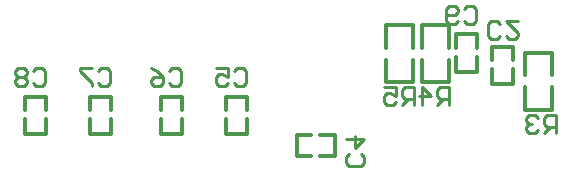
<source format=gbr>
%TF.GenerationSoftware,Altium Limited,Altium Designer,24.0.1 (36)*%
G04 Layer_Color=32896*
%FSLAX45Y45*%
%MOMM*%
%TF.SameCoordinates,DDEBADB9-0EAF-4DA9-B7D3-1C4C0305AAAB*%
%TF.FilePolarity,Positive*%
%TF.FileFunction,Legend,Bot*%
%TF.Part,Single*%
G01*
G75*
%TA.AperFunction,NonConductor*%
%ADD40C,0.25400*%
%ADD41C,0.30480*%
D40*
X4495853Y1313259D02*
X4521245Y1338651D01*
X4572028D01*
X4597420Y1313259D01*
Y1211692D01*
X4572028Y1186300D01*
X4521245D01*
X4495853Y1211692D01*
X4445069D02*
X4419677Y1186300D01*
X4368894D01*
X4343502Y1211692D01*
Y1313259D01*
X4368894Y1338651D01*
X4419677D01*
X4445069Y1313259D01*
Y1287867D01*
X4419677Y1262475D01*
X4343502D01*
X848413Y784939D02*
X873805Y810331D01*
X924588D01*
X949980Y784939D01*
Y683372D01*
X924588Y657980D01*
X873805D01*
X848413Y683372D01*
X797629Y784939D02*
X772237Y810331D01*
X721454D01*
X696062Y784939D01*
Y759547D01*
X721454Y734155D01*
X696062Y708763D01*
Y683372D01*
X721454Y657980D01*
X772237D01*
X797629Y683372D01*
Y708763D01*
X772237Y734155D01*
X797629Y759547D01*
Y784939D01*
X772237Y734155D02*
X721454D01*
X1399593Y784939D02*
X1424985Y810331D01*
X1475768D01*
X1501160Y784939D01*
Y683372D01*
X1475768Y657980D01*
X1424985D01*
X1399593Y683372D01*
X1348809Y810331D02*
X1247242D01*
Y784939D01*
X1348809Y683372D01*
Y657980D01*
X1999033Y784939D02*
X2024425Y810331D01*
X2075208D01*
X2100600Y784939D01*
Y683372D01*
X2075208Y657980D01*
X2024425D01*
X1999033Y683372D01*
X1846682Y810331D02*
X1897466Y784939D01*
X1948249Y734155D01*
Y683372D01*
X1922857Y657980D01*
X1872074D01*
X1846682Y683372D01*
Y708763D01*
X1872074Y734155D01*
X1948249D01*
X2547673Y784939D02*
X2573065Y810331D01*
X2623848D01*
X2649240Y784939D01*
Y683372D01*
X2623848Y657980D01*
X2573065D01*
X2547673Y683372D01*
X2395322Y810331D02*
X2496889D01*
Y734155D01*
X2446106Y759547D01*
X2420714D01*
X2395322Y734155D01*
Y683372D01*
X2420714Y657980D01*
X2471497D01*
X2496889Y683372D01*
X4076659Y497865D02*
Y650215D01*
X4000483D01*
X3975092Y624823D01*
Y574040D01*
X4000483Y548648D01*
X4076659D01*
X4025875D02*
X3975092Y497865D01*
X3822741Y650215D02*
X3924308D01*
Y574040D01*
X3873525Y599432D01*
X3848133D01*
X3822741Y574040D01*
Y523257D01*
X3848133Y497865D01*
X3898916D01*
X3924308Y523257D01*
X4371299Y495325D02*
Y647675D01*
X4295123D01*
X4269732Y622283D01*
Y571500D01*
X4295123Y546108D01*
X4371299D01*
X4320515D02*
X4269732Y495325D01*
X4142773D02*
Y647675D01*
X4218948Y571500D01*
X4117381D01*
X5272999Y256565D02*
Y408915D01*
X5196823D01*
X5171432Y383523D01*
Y332740D01*
X5196823Y307348D01*
X5272999D01*
X5222215D02*
X5171432Y256565D01*
X5120648Y383523D02*
X5095256Y408915D01*
X5044473D01*
X5019081Y383523D01*
Y358132D01*
X5044473Y332740D01*
X5069865D01*
X5044473D01*
X5019081Y307348D01*
Y281957D01*
X5044473Y256565D01*
X5095256D01*
X5120648Y281957D01*
X3621999Y78707D02*
X3647391Y53315D01*
Y2532D01*
X3621999Y-22860D01*
X3520432D01*
X3495040Y2532D01*
Y53315D01*
X3520432Y78707D01*
X3495040Y205666D02*
X3647391D01*
X3571215Y129491D01*
Y231058D01*
X4798068Y1079516D02*
X4772677Y1054124D01*
X4721893D01*
X4696501Y1079516D01*
Y1181083D01*
X4721893Y1206475D01*
X4772677D01*
X4798068Y1181083D01*
X4950419Y1206475D02*
X4848852D01*
X4950419Y1104908D01*
Y1079516D01*
X4925027Y1054124D01*
X4874244D01*
X4848852Y1079516D01*
D41*
X782600Y451180D02*
Y565480D01*
X960400Y451180D02*
Y565480D01*
Y247980D02*
Y374980D01*
X782600Y247980D02*
Y374980D01*
Y565480D02*
X960400D01*
X782600Y247980D02*
X960400D01*
X1332600Y451180D02*
Y565480D01*
X1510400Y451180D02*
Y565480D01*
Y247980D02*
Y374980D01*
X1332600Y247980D02*
Y374980D01*
Y565480D02*
X1510400D01*
X1332600Y247980D02*
X1510400D01*
X1932600Y451180D02*
Y565480D01*
X2110400Y451180D02*
Y565480D01*
Y247980D02*
Y374980D01*
X1932600Y247980D02*
Y374980D01*
Y565480D02*
X2110400D01*
X1932600Y247980D02*
X2110400D01*
X2482600Y451180D02*
Y565480D01*
X2660400Y451180D02*
Y565480D01*
Y247980D02*
Y374980D01*
X2482600Y247980D02*
Y374980D01*
Y565480D02*
X2660400D01*
X2482600Y247980D02*
X2660400D01*
X4737100Y876300D02*
Y990600D01*
X4914900Y876300D02*
Y990600D01*
Y673100D02*
Y800100D01*
X4737100Y673100D02*
Y800100D01*
Y990600D02*
X4914900D01*
X4737100Y673100D02*
X4914900D01*
X5016500Y457200D02*
X5245100D01*
X5016500Y939800D02*
X5245100D01*
X5016500Y457200D02*
Y647700D01*
X5245100Y457200D02*
Y647700D01*
Y749300D02*
Y939800D01*
X5016500Y749300D02*
Y939800D01*
X3086100Y63500D02*
X3200400D01*
X3086100Y241300D02*
X3200400D01*
X3276600D02*
X3403600D01*
X3276600Y63500D02*
X3403600D01*
X3086100D02*
Y241300D01*
X3403600Y63500D02*
Y241300D01*
X4429760Y777240D02*
X4607560D01*
X4429760Y1094740D02*
X4607560D01*
X4429760Y777240D02*
Y904240D01*
X4607560Y777240D02*
Y904240D01*
Y980440D02*
Y1094740D01*
X4429760Y980440D02*
Y1094740D01*
X4140200Y980440D02*
Y1170940D01*
X4368800Y980440D02*
Y1170940D01*
Y688340D02*
Y878840D01*
X4140200Y688340D02*
Y878840D01*
Y1170940D02*
X4368800D01*
X4140200Y688340D02*
X4368800D01*
X4069100Y691000D02*
Y881500D01*
X3840500Y691000D02*
Y881500D01*
Y983100D02*
Y1173600D01*
X4069100Y983100D02*
Y1173600D01*
X3840500Y691000D02*
X4069100D01*
X3840500Y1173600D02*
X4069100D01*
%TF.MD5,11292563334deb0cdca4bd5224f3e595*%
M02*

</source>
